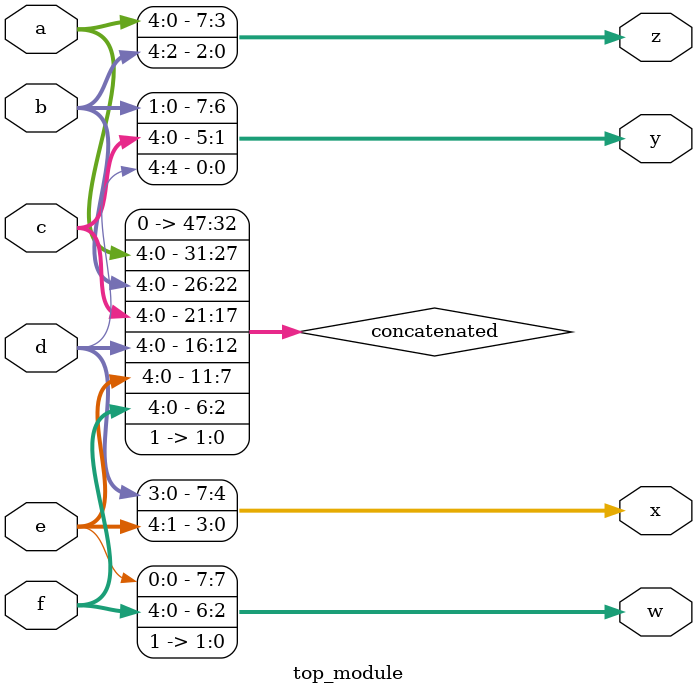
<source format=sv>
module top_module (
    input [4:0] a,
    input [4:0] b,
    input [4:0] c,
    input [4:0] d,
    input [4:0] e,
    input [4:0] f,
    output [7:0] w,
    output [7:0] x,
    output [7:0] y,
    output [7:0] z
);

wire [47:0] concatenated;

assign concatenated = {a, b, c, d, e, f, 2'b11};

assign w = concatenated[7:0];
assign x = concatenated[15:8];
assign y = concatenated[23:16];
assign z = concatenated[31:24];

endmodule

</source>
